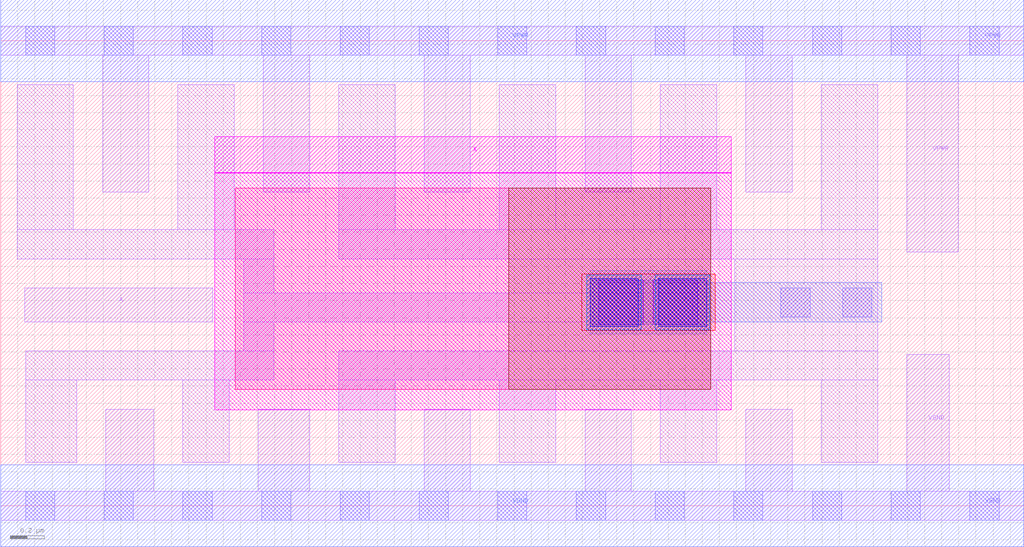
<source format=lef>
# Copyright 2020 The SkyWater PDK Authors
#
# Licensed under the Apache License, Version 2.0 (the "License");
# you may not use this file except in compliance with the License.
# You may obtain a copy of the License at
#
#     https://www.apache.org/licenses/LICENSE-2.0
#
# Unless required by applicable law or agreed to in writing, software
# distributed under the License is distributed on an "AS IS" BASIS,
# WITHOUT WARRANTIES OR CONDITIONS OF ANY KIND, either express or implied.
# See the License for the specific language governing permissions and
# limitations under the License.
#
# SPDX-License-Identifier: Apache-2.0

VERSION 5.7 ;
  NAMESCASESENSITIVE ON ;
  NOWIREEXTENSIONATPIN ON ;
  DIVIDERCHAR "/" ;
  BUSBITCHARS "[]" ;
UNITS
  DATABASE MICRONS 200 ;
END UNITS
PROPERTYDEFINITIONS
  MACRO maskLayoutSubType STRING ;
  MACRO prCellType STRING ;
  MACRO originalViewName STRING ;
END PROPERTYDEFINITIONS
MACRO sky130_fd_sc_hdll__probe_p_8
  CLASS CORE ;
  FOREIGN sky130_fd_sc_hdll__probe_p_8 ;
  ORIGIN  0.000000  0.000000 ;
  SIZE  5.980000 BY  2.720000 ;
  SYMMETRY X Y R90 ;
  SITE unithd ;
  PIN A
    ANTENNAGATEAREA  0.832500 ;
    DIRECTION INPUT ;
    USE SIGNAL ;
    PORT
      LAYER li1 ;
        RECT 0.140000 1.075000 1.240000 1.275000 ;
    END
  END A
  PIN X
    DIRECTION OUTPUT ;
    USE SIGNAL ;
    PORT
      LAYER met5 ;
        RECT 1.250000 1.950000 4.270000 2.160000 ;
    END
  END X
  PIN VGND
    DIRECTION INPUT ;
    USE GROUND ;
    PORT
      LAYER li1 ;
        RECT 0.000000 -0.085000 5.980000 0.085000 ;
        RECT 0.615000  0.085000 0.895000 0.565000 ;
        RECT 1.505000  0.085000 1.805000 0.565000 ;
        RECT 2.475000  0.085000 2.745000 0.565000 ;
        RECT 3.415000  0.085000 3.685000 0.565000 ;
        RECT 4.355000  0.085000 4.625000 0.565000 ;
        RECT 5.295000  0.085000 5.545000 0.885000 ;
      LAYER mcon ;
        RECT 0.145000 -0.085000 0.315000 0.085000 ;
        RECT 0.605000 -0.085000 0.775000 0.085000 ;
        RECT 1.065000 -0.085000 1.235000 0.085000 ;
        RECT 1.525000 -0.085000 1.695000 0.085000 ;
        RECT 1.985000 -0.085000 2.155000 0.085000 ;
        RECT 2.445000 -0.085000 2.615000 0.085000 ;
        RECT 2.905000 -0.085000 3.075000 0.085000 ;
        RECT 3.365000 -0.085000 3.535000 0.085000 ;
        RECT 3.825000 -0.085000 3.995000 0.085000 ;
        RECT 4.285000 -0.085000 4.455000 0.085000 ;
        RECT 4.745000 -0.085000 4.915000 0.085000 ;
        RECT 5.205000 -0.085000 5.375000 0.085000 ;
        RECT 5.665000 -0.085000 5.835000 0.085000 ;
    END
    PORT
      LAYER met1 ;
        RECT 0.000000 -0.240000 5.980000 0.240000 ;
    END
  END VGND
  PIN VPWR
    DIRECTION INPUT ;
    USE POWER ;
    PORT
      LAYER li1 ;
        RECT 0.000000 2.635000 5.980000 2.805000 ;
        RECT 0.595000 1.835000 0.865000 2.635000 ;
        RECT 1.535000 1.835000 1.805000 2.635000 ;
        RECT 2.475000 1.835000 2.745000 2.635000 ;
        RECT 3.415000 1.835000 3.685000 2.635000 ;
        RECT 4.355000 1.835000 4.625000 2.635000 ;
        RECT 5.295000 1.485000 5.595000 2.635000 ;
      LAYER mcon ;
        RECT 0.145000 2.635000 0.315000 2.805000 ;
        RECT 0.605000 2.635000 0.775000 2.805000 ;
        RECT 1.065000 2.635000 1.235000 2.805000 ;
        RECT 1.525000 2.635000 1.695000 2.805000 ;
        RECT 1.985000 2.635000 2.155000 2.805000 ;
        RECT 2.445000 2.635000 2.615000 2.805000 ;
        RECT 2.905000 2.635000 3.075000 2.805000 ;
        RECT 3.365000 2.635000 3.535000 2.805000 ;
        RECT 3.825000 2.635000 3.995000 2.805000 ;
        RECT 4.285000 2.635000 4.455000 2.805000 ;
        RECT 4.745000 2.635000 4.915000 2.805000 ;
        RECT 5.205000 2.635000 5.375000 2.805000 ;
        RECT 5.665000 2.635000 5.835000 2.805000 ;
    END
    PORT
      LAYER met1 ;
        RECT 0.000000 2.480000 5.980000 2.960000 ;
    END
  END VPWR
  OBS
    LAYER li1 ;
      RECT 0.095000 1.445000 1.595000 1.615000 ;
      RECT 0.095000 1.615000 0.425000 2.465000 ;
      RECT 0.145000 0.255000 0.445000 0.735000 ;
      RECT 0.145000 0.735000 1.595000 0.905000 ;
      RECT 1.035000 1.615000 1.365000 2.465000 ;
      RECT 1.065000 0.255000 1.335000 0.735000 ;
      RECT 1.420000 0.905000 1.595000 1.075000 ;
      RECT 1.420000 1.075000 4.045000 1.245000 ;
      RECT 1.420000 1.245000 1.595000 1.445000 ;
      RECT 1.975000 0.255000 2.305000 0.735000 ;
      RECT 1.975000 0.735000 5.125000 0.905000 ;
      RECT 1.975000 1.445000 5.125000 1.615000 ;
      RECT 1.975000 1.615000 2.305000 2.465000 ;
      RECT 2.915000 0.255000 3.245000 0.735000 ;
      RECT 2.915000 1.615000 3.245000 2.465000 ;
      RECT 3.855000 0.255000 4.185000 0.735000 ;
      RECT 3.855000 1.615000 4.185000 2.465000 ;
      RECT 4.290000 0.905000 5.125000 1.445000 ;
      RECT 4.795000 0.255000 5.125000 0.735000 ;
      RECT 4.795000 1.615000 5.125000 2.465000 ;
    LAYER mcon ;
      RECT 4.560000 1.105000 4.730000 1.275000 ;
      RECT 4.920000 1.105000 5.090000 1.275000 ;
    LAYER met1 ;
      RECT 3.465000 1.060000 4.105000 1.075000 ;
      RECT 3.465000 1.075000 5.150000 1.305000 ;
      RECT 3.465000 1.305000 4.105000 1.320000 ;
    LAYER met2 ;
      RECT 3.445000 1.005000 4.125000 1.375000 ;
    LAYER met3 ;
      RECT 3.395000 1.025000 4.175000 1.355000 ;
    LAYER met4 ;
      RECT 1.370000 0.680000 4.150000 1.860000 ;
    LAYER met5 ;
      RECT 1.250000 0.560000 4.270000 1.945000 ;
    LAYER via ;
      RECT 3.495000 1.060000 3.755000 1.320000 ;
      RECT 3.815000 1.060000 4.075000 1.320000 ;
    LAYER via2 ;
      RECT 3.445000 1.050000 3.725000 1.330000 ;
      RECT 3.845000 1.050000 4.125000 1.330000 ;
    LAYER via3 ;
      RECT 3.425000 1.030000 3.745000 1.350000 ;
      RECT 3.825000 1.030000 4.145000 1.350000 ;
    LAYER via4 ;
      RECT 2.970000 0.680000 4.150000 1.860000 ;
  END
  PROPERTY maskLayoutSubType "abstract" ;
  PROPERTY prCellType "standard" ;
  PROPERTY originalViewName "layout" ;
END sky130_fd_sc_hdll__probe_p_8

</source>
